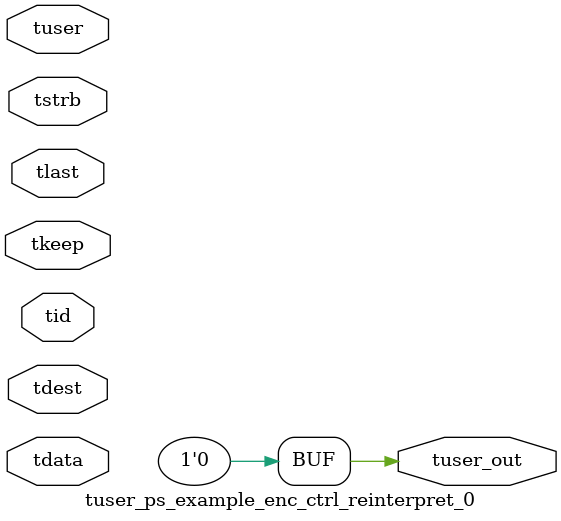
<source format=v>


`timescale 1ps/1ps

module tuser_ps_example_enc_ctrl_reinterpret_0 #
(
parameter C_S_AXIS_TUSER_WIDTH = 1,
parameter C_S_AXIS_TDATA_WIDTH = 32,
parameter C_S_AXIS_TID_WIDTH   = 0,
parameter C_S_AXIS_TDEST_WIDTH = 0,
parameter C_M_AXIS_TUSER_WIDTH = 1
)
(
input  [(C_S_AXIS_TUSER_WIDTH == 0 ? 1 : C_S_AXIS_TUSER_WIDTH)-1:0     ] tuser,
input  [(C_S_AXIS_TDATA_WIDTH == 0 ? 1 : C_S_AXIS_TDATA_WIDTH)-1:0     ] tdata,
input  [(C_S_AXIS_TID_WIDTH   == 0 ? 1 : C_S_AXIS_TID_WIDTH)-1:0       ] tid,
input  [(C_S_AXIS_TDEST_WIDTH == 0 ? 1 : C_S_AXIS_TDEST_WIDTH)-1:0     ] tdest,
input  [(C_S_AXIS_TDATA_WIDTH/8)-1:0 ] tkeep,
input  [(C_S_AXIS_TDATA_WIDTH/8)-1:0 ] tstrb,
input                                                                    tlast,
output [C_M_AXIS_TUSER_WIDTH-1:0] tuser_out
);

assign tuser_out = {1'b0};

endmodule


</source>
